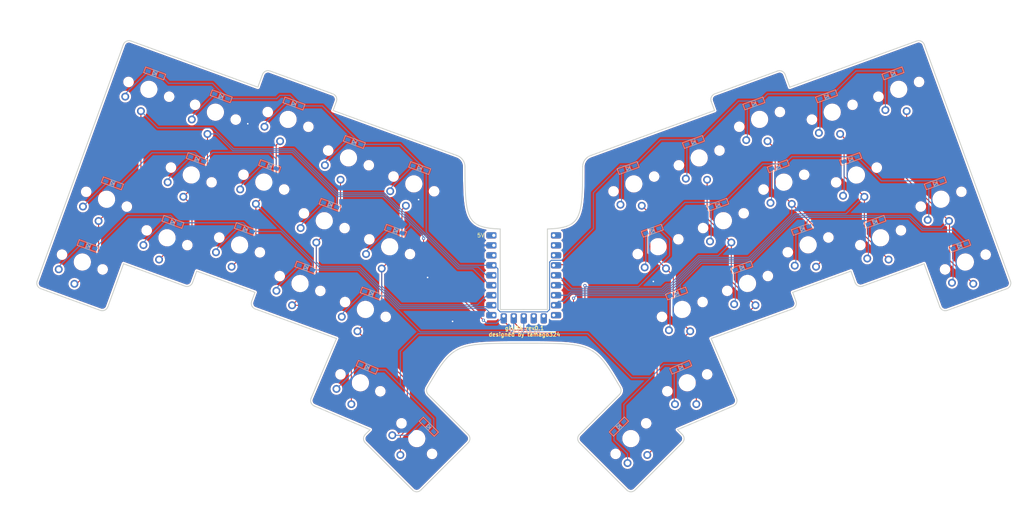
<source format=kicad_pcb>
(kicad_pcb (version 20211014) (generator pcbnew)
  (layers (0 "F.Cu" signal) (31 "B.Cu" signal) (34 "B.Paste" user) (35 "F.Paste" user) (36 "B.SilkS" user "B.Silkscreen") (37 "F.SilkS" user "F.Silkscreen") (38 "B.Mask" user) (39 "F.Mask" user) (44 "Edge.Cuts" user))
  (net 0 "")
  (net 1 "row0")
  (net 2 "Net-(D1-Pad2)")
  (net 3 "Net-(D2-Pad2)")
  (net 4 "Net-(D3-Pad2)")
  (net 5 "Net-(D4-Pad2)")
  (net 6 "Net-(D5-Pad2)")
  (net 7 "Net-(D6-Pad2)")
  (net 8 "Net-(D7-Pad2)")
  (net 9 "Net-(D8-Pad2)")
  (net 10 "Net-(D9-Pad2)")
  (net 11 "Net-(D10-Pad2)")
  (net 12 "row1")
  (net 13 "Net-(D11-Pad2)")
  (net 14 "Net-(D12-Pad2)")
  (net 15 "Net-(D13-Pad2)")
  (net 16 "Net-(D14-Pad2)")
  (net 17 "Net-(D15-Pad2)")
  (net 18 "Net-(D16-Pad2)")
  (net 19 "Net-(D17-Pad2)")
  (net 20 "Net-(D18-Pad2)")
  (net 21 "Net-(D19-Pad2)")
  (net 22 "Net-(D20-Pad2)")
  (net 23 "row2")
  (net 24 "Net-(D21-Pad2)")
  (net 25 "Net-(D22-Pad2)")
  (net 26 "Net-(D23-Pad2)")
  (net 27 "Net-(D24-Pad2)")
  (net 28 "Net-(D25-Pad2)")
  (net 29 "Net-(D26-Pad2)")
  (net 30 "Net-(D27-Pad2)")
  (net 31 "Net-(D28-Pad2)")
  (net 32 "Net-(D29-Pad2)")
  (net 33 "Net-(D30-Pad2)")
  (net 34 "row3")
  (net 35 "Net-(D31-Pad2)")
  (net 36 "Net-(D32-Pad2)")
  (net 37 "Net-(D33-Pad2)")
  (net 38 "Net-(D34-Pad2)")
  (net 42 "col5")
  (net 43 "col6")
  (net 44 "col7")
  (net 45 "col8")
  (net 46 "col9")
  (net 50 "col2")
  (net 51 "col3")
  (net 52 "col4")
  (net 53 "col1")
  (net 54 "col0")
  (net 56 "GND")
  (net 57 "VCC")
  (footprint "gku34:SW_Choc" (layer "F.Cu") (at 199.476843 36.727593 20)
    (fp_text reference "SW8" hide)
    (fp_text value "SW_PUSH")
  )
  (footprint "gku34:SW_Choc" (layer "F.Cu") (at 67.26 68.69 -20)
    (fp_text reference "SW23" hide)
    (fp_text value "SW_PUSH")
  )
  (footprint "gku34:RP2040-Zero" (layer "F.Cu") (at 129.345 89.105)
    (fp_text reference "RZ1")
    (fp_text value "RP2040-Zero" hide)
  )
  (footprint "gku34:Diode_SMD" (layer "F.Cu") (at 68.75 64.65 160)
    (fp_text reference "D23" hide)
    (fp_text value "D" hide)
  )
  (footprint "gku34:Diode_SMD" (layer "F.Cu") (at 210.36 64.61 -160)
    (fp_text reference "D28" hide)
    (fp_text value "D" hide)
  )
  (footprint "gku34:SW_Choc" (layer "F.Cu") (at 73.42 52.69 -20)
    (fp_text reference "SW13" hide)
    (fp_text value "SW_PUSH")
  )
  (footprint "gku34:Diode_SMD" (layer "F.Cu") (at 198.02 32.67 -160)
    (fp_text reference "D8" hide)
    (fp_text value "D" hide)
  )
  (footprint "gku34:SW_Choc" (layer "F.Cu") (at 111.56 53.15 -20)
    (fp_text reference "SW5" hide)
    (fp_text value "SW_PUSH")
  )
  (footprint "gku34:Diode_SMD" (layer "F.Cu") (at 90.29 58.49 160)
    (fp_text reference "D14" hide)
    (fp_text value "D" hide)
  )
  (footprint "gku34:Diode_SMD" (layer "F.Cu") (at 113.05 49.11 160)
    (fp_text reference "D5" hide)
    (fp_text value "D" hide)
  )
  (footprint "gku34:SW_Choc" (layer "F.Cu") (at 217.94 34.9 20)
    (fp_text reference "SW9" hide)
    (fp_text value "SW_PUSH")
  )
  (footprint "gku34:Diode_SMD" (layer "F.Cu") (at 34.93 53.01 160)
    (fp_text reference "D11" hide)
    (fp_text value "D" hide)
  )
  (footprint "gku34:SW_Choc" (layer "F.Cu") (at 48.81 66.86 -20)
    (fp_text reference "SW22" hide)
    (fp_text value "SW_PUSH")
  )
  (footprint "gku34:SW_Choc" (layer "F.Cu") (at 105.42 69.14 -20)
    (fp_text reference "SW15" hide)
    (fp_text value "SW_PUSH")
  )
  (footprint "gku34:SW_Choc" (layer "F.Cu") (at 234.85 29.08 20)
    (fp_text reference "SWe" hide)
    (fp_text value "SW_PUSH")
  )
  (footprint "gku34:Diode_SMD" (layer "F.Cu") (at 204.19 48.66 -160)
    (fp_text reference "D18" hide)
    (fp_text value "D" hide)
  )
  (footprint "gku34:Diode_SMD" (layer "F.Cu") (at 194.96 74.43 -160)
    (fp_text reference "D27" hide)
    (fp_text value "D" hide)
  )
  (footprint "gku34:Diode_SMD" (layer "F.Cu") (at 28.77 68.99 160)
    (fp_text reference "D21" hide)
    (fp_text value "D" hide)
  )
  (footprint "gku34:SW_Choc" (layer "F.Cu") (at 61.113157 34.897593 -20)
    (fp_text reference "SW2" hide)
    (fp_text value "SW_PUSH")
  )
  (footprint "gku34:Diode_SMD" (layer "F.Cu") (at 81.09 32.7 160)
    (fp_text reference "D3" hide)
    (fp_text value "D" hide)
  )
  (footprint "gku34:Diode_SMD" (layer "F.Cu") (at 250.33 68.97 -160)
    (fp_text reference "D30" hide)
    (fp_text value "D" hide)
  )
  (footprint "gku34:Diode_SMD" (layer "F.Cu") (at 96.44 42.48 160)
    (fp_text reference "D4" hide)
    (fp_text value "D" hide)
  )
  (footprint "gku34:SW_Choc" (layer "F.Cu") (at 166.75 117.97 45)
    (fp_text reference "SW33" hide)
    (fp_text value "SW_PUSH")
  )
  (footprint "gku34:Diode_SMD" (layer "F.Cu") (at 182.66 42.48 -160)
    (fp_text reference "D7" hide)
    (fp_text value "D" hide)
  )
  (footprint "gku34:Diode_SMD" (layer "F.Cu") (at 115.37 114.94 135)
    (fp_text reference "D32" hide)
    (fp_text value "D" hide)
  )
  (footprint "gku34:SW_Choc" (layer "F.Cu") (at 196.41 78.48 20)
    (fp_text reference "SW27" hide)
    (fp_text value "SW_PUSH")
  )
  (footprint "gku34:Diode_SMD" (layer "F.Cu") (at 222.63 46.83 -160)
    (fp_text reference "D19" hide)
    (fp_text value "D" hide)
  )
  (footprint "gku34:Diode_SMD" (layer "F.Cu") (at 50.31 62.82 160)
    (fp_text reference "D22" hide)
    (fp_text value "D" hide)
  )
  (footprint "gku34:SW_Choc" (layer "F.Cu") (at 251.786843 73.027593 20)
    (fp_text reference "SW30" hide)
    (fp_text value "SW_PUSH")
  )
  (footprint "gku34:SW_Choc" (layer "F.Cu") (at 230.25 66.86 20)
    (fp_text reference "SW29" hide)
    (fp_text value "SW_PUSH")
  )
  (footprint "gku34:Diode_SMD" (layer "F.Cu") (at 56.48 46.83 160)
    (fp_text reference "D12" hide)
    (fp_text value "D" hide)
  )
  (footprint "gku34:Diode_SMD" (layer "F.Cu") (at 74.91 48.64 160)
    (fp_text reference "D13" hide)
    (fp_text value "D" hide)
  )
  (footprint "gku34:SW_Choc" (layer "F.Cu") (at 82.63 78.5 -20)
    (fp_text reference "SW24" hide)
    (fp_text value "SW_PUSH")
  )
  (footprint "gku34:SW_Choc" (layer "F.Cu") (at 205.641691 52.701111 20)
    (fp_text reference "SW18" hide)
    (fp_text value "SW_PUSH")
  )
  (footprint "gku34:Diode_SMD" (layer "F.Cu") (at 244.16 52.98 -160)
    (fp_text reference "D20" hide)
    (fp_text value "D" hide)
  )
  (footprint "gku34:SW_Choc" (layer "F.Cu") (at 54.98 50.87 -20)
    (fp_text reference "SW12" hide)
    (fp_text value "SW_PUSH")
  )
  (footprint "gku34:Diode_SMD" (layer "F.Cu") (at 188.82 58.46 -160)
    (fp_text reference "D17" hide)
    (fp_text value "D" hide)
  )
  (footprint "gku34:Diode_SMD" (layer "F.Cu") (at 106.92 65.1 160)
    (fp_text reference "D15" hide)
    (fp_text value "D" hide)
  )
  (footprint "gku34:Diode_SMD" (layer "F.Cu") (at 166.05 49.11 -160)
    (fp_text reference "D6" hide)
    (fp_text value "D" hide)
  )
  (footprint "gku34:SW_Choc" (layer "F.Cu") (at 184.116843 46.537593 20)
    (fp_text reference "SW7" hide)
    (fp_text value "SW_PUSH")
  )
  (footprint "gku34:SW_Choc" (layer "F.Cu") (at 27.28 73.03 -20)
    (fp_text reference "SW21" hide)
    (fp_text value "SW_PUSH")
  )
  (footprint "gku34:SW_Choc" (layer "F.Cu") (at 211.81 68.67 20)
    (fp_text reference "SW28" hide)
    (fp_text value "SW_PUSH")
  )
  (footprint "gku34:SW_Choc" (layer "F.Cu") (at 99.243157 85.097593 -20)
    (fp_text reference "SW25" hide)
    (fp_text value "SW_PUSH")
  )
  (footprint "gku34:Diode_SMD" (layer "F.Cu") (at 216.49 30.85 -160)
    (fp_text reference "D9" hide)
    (fp_text value "D" hide)
  )
  (footprint "gku34:Diode_SMD" (layer "F.Cu") (at 233.39 25.02 -160)
    (fp_text reference "D10" hide)
    (fp_text value "D" hide)
  )
  (footprint "gku34:SW_Choc" (layer "F.Cu") (at 173.656843 69.127593 20)
    (fp_text reference "SW16" hide)
    (fp_text value "SW_PUSH")
  )
  (footprint "gku34:Diode_SMD" (layer "F.Cu") (at 100.74 81.06 160)
    (fp_text reference "D25" hide)
    (fp_text value "D" hide)
  )
  (footprint "gku34:SW_Choc" (layer "F.Cu") (at 112.31 117.97 -45)
    (fp_text reference "SW32" hide)
    (fp_text value "SW_PUSH")
  )
  (footprint "gku34:SW_Choc" (layer "F.Cu") (at 97.98474 103.777177 -23)
    (fp_text reference "SW31" hide)
    (fp_text value "SW_PUSH")
  )
  (footprint "gku34:SW_Choc" (layer "F.Cu") (at 167.496843 53.157593 20)
    (fp_text reference "SW6" hide)
    (fp_text value "SW_PUSH")
  )
  (footprint "gku34:SW_Choc" (layer "F.Cu") (at 88.79 62.52 -20)
    (fp_text reference "SW14" hide)
    (fp_text value "SW_PUSH")
  )
  (footprint "gku34:Diode_SMD" (layer "F.Cu") (at 228.8 62.81 -160)
    (fp_text reference "D29" hide)
    (fp_text value "D" hide)
  )
  (footprint "gku34:Diode_SMD" (layer "F.Cu") (at 163.71 114.91 -135)
    (fp_text reference "D33" hide)
    (fp_text value "D" hide)
  )
  (footprint "gku34:Diode_SMD" (layer "F.Cu") (at 178.36 81.04 -160)
    (fp_text reference "D26" hide)
    (fp_text value "D" hide)
  )
  (footprint "gku34:SW_Choc" (layer "F.Cu") (at 224.096843 50.887593 20)
    (fp_text reference "SW19" hide)
    (fp_text value "SW_PUSH")
  )
  (footprint "gku34:Diode_SMD" (layer "F.Cu") (at 99.69 99.82 157)
    (fp_text reference "D31" hide)
    (fp_text value "D" hide)
  )
  (footprint "gku34:Diode_SMD" (layer "F.Cu") (at 179.42 99.8 -157)
    (fp_text reference "D34" hide)
    (fp_text value "D" hide)
  )
  (footprint "gku34:SW_Choc" (layer "F.Cu") (at 181.08 103.77 23)
    (fp_text reference "SW34" hide)
    (fp_text value "SW_PUSH")
  )
  (footprint "gku34:SW_Choc" (layer "F.Cu") (at 44.19 29.08 -20)
    (fp_text reference "SW1" hide)
    (fp_text value "SW_PUSH")
  )
  (footprint "gku34:SW_Choc" (layer "F.Cu") (at 190.27 62.51 20)
    (fp_text reference "SW17" hide)
    (fp_text value "SW_PUSH")
  )
  (footprint "gku34:Diode_SMD" (layer "F.Cu") (at 45.68 25.04 160)
    (fp_text reference "D1" hide)
    (fp_text value "D" hide)
  )
  (footprint "gku34:SW_Choc" (layer "F.Cu") (at 79.59 36.74 -20)
    (fp_text reference "SW3" hide)
    (fp_text value "SW_PUSH")
  )
  (footprint "gku34:SW_Choc" (layer "F.Cu") (at 179.816843 85.097593 20)
    (fp_text reference "SW26" hide)
    (fp_text value "SW_PUSH")
  )
  (footprint "gku34:Diode_SMD" (layer "F.Cu") (at 62.6 30.85 160)
    (fp_text reference "D2" hide)
    (fp_text value "D" hide)
  )
  (footprint "gku34:Diode_SMD" (layer "F.Cu") (at 172.2 65.07 -160)
    (fp_text reference "D16" hide)
    (fp_text value "D" hide)
  )
  (footprint "gku34:SW_Choc" (layer "F.Cu") (at 245.616843 57.037593 20)
    (fp_text reference "SW20" hide)
    (fp_text value "SW_PUSH")
  )
  (footprint "gku34:Diode_SMD" (layer "F.Cu") (at 84.12 74.45 160)
    (fp_text reference "D24" hide)
    (fp_text value "D" hide)
  )
  (footprint "gku34:SW_Choc" (layer "F.Cu") (at 94.95 46.53 -20)
    (fp_text reference "SW4" hide)
    (fp_text value "SW_PUSH")
  )
  (footprint "gku34:SW_Choc" (layer "F.Cu") (at 33.433157 57.047593 -20)
    (fp_text reference "SW11" hide)
    (fp_text value "SW_PUSH")
  )
  (gr_line (start 113.362219 131.061425) (end 125.383034 119.04061) (layer "Edge.Cuts") (width 0.25))
  (gr_line (start 91.907698 92.501796) (end 85.455516 107.702185) (layer "Edge.Cuts") (width 0.25))
  (gr_line (start 125.383034 116.91929) (end 115.239825 106.77608) (layer "Edge.Cuts") (width 0.25))
  (gr_line (start 145.530003 64.629208) (end 145.530003 85.133358) (layer "Edge.Cuts") (width 0.25))
  (gr_arc (start 167.819107 131.061425) (mid 166.758447 131.500765) (end 165.697787 131.061425) (layer "Edge.Cuts") (width 0.25))
  (gr_arc (start 86.250176 109.669039) (mid 85.445497 108.850191) (end 85.455516 107.702185) (layer "Edge.Cuts") (width 0.25))
  (gr_arc (start 225.683077 79.161784) (mid 224.536091 79.111732) (end 223.760508 78.265275) (layer "Edge.Cuts") (width 0.25))
  (gr_arc (start 99.220083 119.04061) (mid 98.780743 117.97995) (end 99.220083 116.91929) (layer "Edge.Cuts") (width 0.25))
  (gr_line (start 245.292247 84.432013) (end 241.304591 73.476018) (layer "Edge.Cuts") (width 0.25))
  (gr_line (start 16.700946 79.816468) (end 31.84519 85.328522) (layer "Edge.Cuts") (width 0.25))
  (gr_arc (start 115.239825 106.77608) (mid 114.812905 105.908052) (end 115.004642 104.959912) (layer "Edge.Cuts") (width 0.25))
  (gr_line (start 239.419191 16.789697) (end 207.144139 28.536856) (layer "Edge.Cuts") (width 0.25))
  (gr_arc (start 263.255568 77.893899) (mid 263.205485 79.040854) (end 262.35906 79.816468) (layer "Edge.Cuts") (width 0.25))
  (gr_line (start 222.700027 75.351628) (end 207.884792 80.743933) (layer "Edge.Cuts") (width 0.25))
  (gr_curve (pts (xy 164.055364 104.959912) (xy 157.48209 93.685472) (xy 156.99346 93.67829) (xy 139.530003 93.681048)) (layer "Edge.Cuts") (width 0.25))
  (gr_arc (start 125.383034 116.91929) (mid 125.822374 117.97995) (end 125.383034 119.04061) (layer "Edge.Cuts") (width 0.25))
  (gr_arc (start 16.700946 79.816468) (mid 15.854515 79.040856) (end 15.804438 77.893899) (layer "Edge.Cuts") (width 0.25))
  (gr_arc (start 247.214816 85.328522) (mid 246.067873 85.278436) (end 245.292247 84.432013) (layer "Edge.Cuts") (width 0.25))
  (gr_curve (pts (xy 154.502178 48.76833) (xy 154.487934 62.141197) (xy 154.042697 64.313791) (xy 145.530003 64.629208)) (layer "Edge.Cuts") (width 0.25))
  (gr_arc (start 193.60449 107.702185) (mid 193.61453 108.850215) (end 192.80983 109.669039) (layer "Edge.Cuts") (width 0.25))
  (gr_line (start 100.444992 115.694381) (end 99.220083 116.91929) (layer "Edge.Cuts") (width 0.25))
  (gr_arc (start 239.419191 16.789697) (mid 240.566136 16.839785) (end 241.34176 17.686206) (layer "Edge.Cuts") (width 0.25))
  (gr_line (start 133.530003 64.629208) (end 133.530003 85.133358) (layer "Edge.Cuts") (width 0.25))
  (gr_line (start 262.35906 79.816468) (end 247.214816 85.328522) (layer "Edge.Cuts") (width 0.25))
  (gr_line (start 71.231089 84.976126) (end 91.907698 92.501796) (layer "Edge.Cuts") (width 0.25))
  (gr_curve (pts (xy 115.004642 104.959912) (xy 121.577916 93.685472) (xy 122.066546 93.67829) (xy 139.530003 93.681048)) (layer "Edge.Cuts") (width 0.25))
  (gr_line (start 204.051166 24.424689) (end 188.076391 30.239031) (layer "Edge.Cuts") (width 0.25))
  (gr_line (start 192.80983 109.669039) (end 178.615014 115.694381) (layer "Edge.Cuts") (width 0.25))
  (gr_line (start 207.828917 84.976126) (end 187.152308 92.501796) (layer "Edge.Cuts") (width 0.25))
  (gr_line (start 187.152308 92.501796) (end 193.60449 107.702185) (layer "Edge.Cuts") (width 0.25))
  (gr_line (start 33.767759 84.432013) (end 37.755415 73.476018) (layer "Edge.Cuts") (width 0.25))
  (gr_line (start 153.676972 116.91929) (end 163.820181 106.77608) (layer "Edge.Cuts") (width 0.25))
  (gr_arc (start 154.502178 48.76833) (mid 155.045633 47.04948) (end 156.476116 45.952447) (layer "Edge.Cuts") (width 0.25))
  (gr_line (start 179.839923 119.04061) (end 167.819107 131.061425) (layer "Edge.Cuts") (width 0.25))
  (gr_arc (start 187.179883 32.1616) (mid 187.229931 31.014617) (end 188.076391 30.239031) (layer "Edge.Cuts") (width 0.25))
  (gr_line (start 71.915867 28.536856) (end 73.086271 25.321197) (layer "Edge.Cuts") (width 0.25))
  (gr_line (start 86.250176 109.669039) (end 100.444992 115.694381) (layer "Edge.Cuts") (width 0.25))
  (gr_arc (start 179.839923 116.91929) (mid 180.279263 117.97995) (end 179.839923 119.04061) (layer "Edge.Cuts") (width 0.25))
  (gr_line (start 223.760508 78.265275) (end 222.700027 75.351628) (layer "Edge.Cuts") (width 0.25))
  (gr_arc (start 164.055364 104.959912) (mid 164.247099 105.908053) (end 163.820181 106.77608) (layer "Edge.Cuts") (width 0.25))
  (gr_line (start 91.039489 34.471224) (end 122.58389 45.952447) (layer "Edge.Cuts") (width 0.25))
  (gr_line (start 133.530003 85.133358) (end 139.530003 85.133358) (layer "Edge.Cuts") (width 0.25))
  (gr_arc (start 204.051166 24.424689) (mid 205.198126 24.474762) (end 205.973735 25.321197) (layer "Edge.Cuts") (width 0.25))
  (gr_line (start 99.220083 119.04061) (end 111.240899 131.061425) (layer "Edge.Cuts") (width 0.25))
  (gr_line (start 56.359979 75.351628) (end 71.175214 80.743933) (layer "Edge.Cuts") (width 0.25))
  (gr_line (start 188.020517 34.471224) (end 156.476116 45.952447) (layer "Edge.Cuts") (width 0.25))
  (gr_arc (start 33.767759 84.432013) (mid 32.992148 85.278445) (end 31.84519 85.328522) (layer "Edge.Cuts") (width 0.25))
  (gr_line (start 187.179883 32.1616) (end 188.020517 34.471224) (layer "Edge.Cuts") (width 0.25))
  (gr_arc (start 55.299498 78.265275) (mid 54.523886 79.111706) (end 53.376929 79.161784) (layer "Edge.Cuts") (width 0.25))
  (gr_line (start 263.255568 77.893899) (end 241.34176 17.686206) (layer "Edge.Cuts") (width 0.25))
  (gr_arc (start 113.362219 131.061425) (mid 112.301559 131.500765) (end 111.240899 131.061425) (layer "Edge.Cuts") (width 0.25))
  (gr_arc (start 208.725426 83.053557) (mid 208.675368 84.200531) (end 207.828917 84.976126) (layer "Edge.Cuts") (width 0.25))
  (gr_curve (pts (xy 124.557828 48.76833) (xy 124.572072 62.141197) (xy 125.017309 64.313791) (xy 133.530003 64.629208)) (layer "Edge.Cuts") (width 0.25))
  (gr_line (start 37.755415 73.476018) (end 53.376929 79.161784) (layer "Edge.Cuts") (width 0.25))
  (gr_arc (start 90.983615 30.239031) (mid 91.830046 31.014643) (end 91.880123 32.1616) (layer "Edge.Cuts") (width 0.25))
  (gr_arc (start 73.086271 25.321197) (mid 73.861883 24.474766) (end 75.00884 24.424689) (layer "Edge.Cuts") (width 0.25))
  (gr_line (start 145.530003 85.133358) (end 139.530003 85.133358) (layer "Edge.Cuts") (width 0.25))
  (gr_line (start 178.615014 115.694381) (end 179.839923 116.91929) (layer "Edge.Cuts") (width 0.25))
  (gr_line (start 71.175214 80.743933) (end 70.33458 83.053557) (layer "Edge.Cuts") (width 0.25))
  (gr_line (start 39.640815 16.789697) (end 71.915867 28.536856) (layer "Edge.Cuts") (width 0.25))
  (gr_line (start 241.304591 73.476018) (end 225.683077 79.161784) (layer "Edge.Cuts") (width 0.25))
  (gr_arc (start 122.58389 45.952447) (mid 124.014369 47.049487) (end 124.557828 48.76833) (layer "Edge.Cuts") (width 0.25))
  (gr_line (start 55.299498 78.265275) (end 56.359979 75.351628) (layer "Edge.Cuts") (width 0.25))
  (gr_line (start 207.144139 28.536856) (end 205.973735 25.321197) (layer "Edge.Cuts") (width 0.25))
  (gr_line (start 207.884792 80.743933) (end 208.725426 83.053557) (layer "Edge.Cuts") (width 0.25))
  (gr_line (start 75.00884 24.424689) (end 90.983615 30.239031) (layer "Edge.Cuts") (width 0.25))
  (gr_line (start 15.804438 77.893899) (end 37.718246 17.686206) (layer "Edge.Cuts") (width 0.25))
  (gr_arc (start 153.676972 119.04061) (mid 153.237633 117.97995) (end 153.676972 116.91929) (layer "Edge.Cuts") (width 0.25))
  (gr_line (start 165.697787 131.061425) (end 153.676972 119.04061) (layer "Edge.Cuts") (width 0.25))
  (gr_line (start 91.880123 32.1616) (end 91.039489 34.471224) (layer "Edge.Cuts") (width 0.25))
  (gr_arc (start 71.231089 84.976126) (mid 70.384657 84.200515) (end 70.33458 83.053557) (layer "Edge.Cuts") (width 0.25))
  (gr_arc (start 37.718246 17.686206) (mid 38.493858 16.839774) (end 39.640815 16.789697) (layer "Edge.Cuts") (width 0.25))
  (gr_text "JLCJLCJLCJLC" (at 139.7 90.66) (layer "B.SilkS") (effects (font (size 0.8 0.8) (thickness 0.2)) (justify mirror)))
  (gr_text "gku34 rev0.1\ndesigned by tamago324" (at 139.7 90.678) (layer "F.SilkS") (effects (font (size 1 1) (thickness 0.2))))
  (segment (start 64.267954 31.457086) (end 76.692914 31.457086) (width 0.25) (layer "B.Cu") (net 1))
  (segment (start 149.15 72.58) (end 146.534695 72.58) (width 0.25) (layer "B.Cu") (net 1))
  (segment (start 201.507954 30.242914) (end 199.687954 32.062914) (width 0.25) (layer "B.Cu") (net 1))
  (segment (start 174.347954 41.872914) (end 167.717954 48.502914) (width 0.25) (layer "B.Cu") (net 1))
  (segment (start 235.057954 24.412914) (end 223.987954 24.412914) (width 0.25) (layer "B.Cu") (net 1))
  (segment (start 88.327954 33.307086) (end 98.107954 43.087086) (width 0.25) (layer "B.Cu") (net 1))
  (segment (start 164.139297 48.502914) (end 157.22 55.422211) (width 0.25) (layer "B.Cu") (net 1))
  (segment (start 77.53 30.62) (end 80.070868 30.62) (width 0.25) (layer "B.Cu") (net 1))
  (segment (start 108.087954 43.087086) (end 98.107954 43.087086) (width 0.25) (layer "B.Cu") (net 1))
  (segment (start 223.987954 24.412914) (end 218.157954 30.242914) (width 0.25) (layer "B.Cu") (net 1))
  (segment (start 146.09 73.024695) (end 146.09 85.12) (width 0.25) (layer "B.Cu") (net 1))
  (segment (start 157.22 55.422211) (end 157.22 64.51) (width 0.25) (layer "B.Cu") (net 1))
  (segment (start 194.137954 32.062914) (end 184.327954 41.872914) (width 0.25) (layer "B.Cu") (net 1))
  (segment (start 167.717954 48.502914) (end 164.139297 48.502914) (width 0.25) (layer "B.Cu") (net 1))
  (segment (start 132.94 85.13) (end 132.94 74.75) (width 0.25) (layer "B.Cu") (net 1))
  (segment (start 114.717954 49.717086) (end 108.087954 43.087086) (width 0.25) (layer "B.Cu") (net 1))
  (segment (start 146.534695 72.58) (end 146.09 73.024695) (width 0.25) (layer "B.Cu") (net 1))
  (segment (start 218.157954 30.242914) (end 201.507954 30.242914) (width 0.25) (layer "B.Cu") (net 1))
  (segment (start 157.22 64.51) (end 149.15 72.58) (width 0.25) (layer "B.Cu") (net 1))
  (segment (start 123.178692 73.865) (end 131.885 73.865) (width 0.25) (layer "B.Cu") (net 1))
  (segment (start 184.327954 41.872914) (end 174.347954 41.872914) (width 0.25) (layer "B.Cu") (net 1))
  (segment (start 132.94 74.75) (end 131.895 73.705) (width 0.25) (layer "B.Cu") (net 1))
  (segment (start 49.250868 27.55) (end 60.360868 27.55) (width 0.25) (layer "B.Cu") (net 1))
  (segment (start 133.53 85.72) (end 132.94 85.13) (width 0.25) (layer "B.Cu") (net 1))
  (segment (start 114.717954 49.717086) (end 114.717954 65.404262) (width 0.25) (layer "B.Cu") (net 1))
  (segment (start 47.347954 25.647086) (end 49.250868 27.55) (width 0.25) (layer "B.Cu") (net 1))
  (segment (start 146.09 85.12) (end 145.49 85.72) (width 0.25) (layer "B.Cu") (net 1))
  (segment (start 82.757954 33.307086) (end 88.327954 33.307086) (width 0.25) (layer "B.Cu") (net 1))
  (segment (start 60.360868 27.55) (end 64.267954 31.457086) (width 0.25) (layer "B.Cu") (net 1))
  (segment (start 114.717954 65.404262) (end 123.178692 73.865) (width 0.25) (layer "B.Cu") (net 1))
  (segment (start 76.692914 31.457086) (end 77.53 30.62) (width 0.25) (layer "B.Cu") (net 1))
  (segment (start 80.070868 30.62) (end 82.757954 33.307086) (width 0.25) (layer "B.Cu") (net 1))
  (segment (start 199.687954 32.062914) (end 194.137954 32.062914) (width 0.25) (layer "B.Cu") (net 1))
  (segment (start 145.49 85.72) (end 133.53 85.72) (width 0.25) (layer "B.Cu") (net 1))
  (segment (start 38.19186 30.2531) (end 38.19186 30.940731) (width 0.25) (layer "B.Cu") (net 2))
  (segment (start 44.012046 24.432914) (end 38.19186 30.2531) (width 0.25) (layer "B.Cu") (net 2))
  (segment (start 60.932046 30.242914) (end 55.115017 36.059943) (width 0.25) (layer "B.Cu") (net 3))
  (segment (start 55.115017 36.059943) (end 55.115017 36.758324) (width 0.25) (layer "B.Cu") (net 3))
  (segment (start 73.59186 37.9231) (end 73.59186 38.600731) (width 0.25) (layer "B.Cu") (net 4))
  (segment (start 79.422046 32.092914) (end 73.59186 37.9231) (width 0.25) (layer "B.Cu") (net 4))
  (segment (start 94.772046 41.872914) (end 88.95186 47.6931) (width 0.25) (layer "B.Cu") (net 5))
  (segment (start 88.95186 47.6931) (end 88.95186 48.390731) (width 0.25) (layer "B.Cu") (net 5))
  (segment (start 111.382046 48.502914) (end 105.56186 54.3231) (width 0.25) (layer "B.Cu") (net 6))
  (segment (start 105.56186 54.3231) (end 105.56186 55.010731) (width 0.25) (layer "B.Cu") (net 6))
  (segment (start 164.382046 49.717086) (end 164.382046 58.154536) (width 0.25) (layer "B.Cu") (net 7))
  (segment (start 164.382046 58.154536) (end 164.098056 58.438526) (width 0.25) (layer "B.Cu") (net 7))
  (segment (start 180.992046 51.544536) (end 180.718056 51.818526) (width 0.25) (layer "B.Cu") (net 8))
  (segment (start 180.992046 43.087086) (end 180.992046 51.544536) (width 0.25) (layer "B.Cu") (net 8))
  (segment (start 196.352046 41.734536) (end 196.078056 42.008526) (width 0.25) (layer "B.Cu") (net 9))
  (segment (start 196.352046 33.277086) (end 196.352046 41.734536) (width 0.25) (layer "B.Cu") (net 9))
  (segment (start 214.822046 39.9001) (end 214.541213 40.180933) (width 0.25) (layer "B.Cu") (net 10))
  (segment (start 214.822046 31.457086) (end 214.822046 39.9001) (width 0.25) (layer "B.Cu") (net 10))
  (segment (start 231.451213 34.360933) (end 231.451213 25.897919) (width 0.25) (layer "B.Cu") (net 11))
  (segment (start 231.451213 25.897919) (end 231.722046 25.627086) (width 0.25) (layer "B.Cu") (net 11))
  (segment (start 122.37 80.94) (end 129.26 87.83) (width 0.25) (layer "F.Cu") (net 12))
  (segment (start 134.435 88.055) (end 134.435 86.615) (width 0.25) (layer "F.Cu") (net 12))
  (segment (start 114.043151 68.003151) (end 122.37 76.33) (width 0.25) (layer "F.Cu") (net 12))
  (segment (start 122.37 76.33) (end 122.37 80.94) (width 0.25) (layer "F.Cu") (net 12))
  (segment (start 147.176396 90.38) (end 136.76 90.38) (width 0.25) (layer "F.Cu") (net 12))
  (segment (start 155.06 79.028919) (end 155.06 82.496396) (width 0.25) (layer "F.Cu") (net 12))
  (segment (start 155.06 82.496396) (end 147.176396 90.38) (width 0.25) (layer "F.Cu") (net 12))
  (segment (start 136.76 90.38) (end 134.435 88.055) (width 0.25) (layer "F.Cu") (net 12))
  (segment (start 114.043151 67.026849) (end 114.043151 68.003151) (width 0.25) (layer "F.Cu") (net 12))
  (via (at 114.043151 67.026849) (size 0.8) (drill 0.4) (layers "F.Cu" "B.Cu") (net 12))
  (via (at 129.26 87.83) (size 0.8) (drill 0.4) (layers "F.Cu" "B.Cu") (net 12))
  (via (at 155.06 79.028919) (size 0.8) (drill 0.4) (layers "F.Cu" "B.Cu") (net 12))
  (segment (start 114.043151 67.026849) (end 114.043151 66.638647) (width 0.25) (layer "B.Cu") (net 12))
  (segment (start 91.957954 59.097086) (end 91.957954 56.430746) (width 0.25) (layer "B.Cu") (net 12))
  (segment (start 176.59 71.38) (end 176.59 67.18496) (width 0.25) (layer "B.Cu") (net 12))
  (segment (start 155.06 79.028919) (end 155.3345 79.303419) (width 0.25) (layer "B.Cu") (net 12))
  (segment (start 74.87 45.13) (end 74.82 45.13) (width 0.25) (layer "B.Cu") (net 12))
  (segment (start 91.877208 56.35) (end 103.754504 56.35) (width 0.25) (layer "B.Cu") (net 12))
  (segment (start 190.487954 57.852914) (end 180.477954 57.852914) (width 0.25) (layer "B.Cu") (net 12))
  (segment (start 74.82 45.13) (end 80.657208 45.13) (width 0.25) (layer "B.Cu") (net 12))
  (segment (start 230.447954 52.372914) (end 224.297954 46.222914) (width 0.25) (layer "B.Cu") (net 12))
  (segment (start 108.587954 65.707086) (end 110.512252 63.782788) (width 0.25) (layer "B.Cu") (net 12))
  (segment (start 80.657208 45.13) (end 91.877208 56.35) (width 0.25) (layer "B.Cu") (net 12))
  (segment (start 91.957954 56.430746) (end 91.877208 56.35) (width 0.25) (layer "B.Cu") (net 12))
  (segment (start 130.05 88.62) (end 132.58 88.62) (width 0.25) (layer "B.Cu") (net 12))
  (segment (start 207.687954 46.222914) (end 205.857954 48.052914) (width 0.25) (layer "B.Cu") (net 12))
  (segment (start 245.827954 52.372914) (end 230.447954 52.372914) (width 0.25) (layer "B.Cu") (net 12))
  (segment (start 60.45504 45.13) (end 74.82 45.13) (width 0.25) (layer "B.Cu") (net 12))
  (segment (start 76.577954 46.837954) (end 74.87 45.13) (width 0.25) (layer "B.Cu") (net 12))
  (segment (start 129.26 87.83) (end 130.05 88.62) (width 0.25) (layer "B.Cu") (net 12))
  (segment (start 76.577954 49.247086) (end 76.577954 46.837954) (width 0.25) (layer "B.Cu") (net 12))
  (segment (start 205.857954 48.052914) (end 200.287954 48.052914) (width 0.25) (layer "B.Cu") (net 12))
  (segment (start 58.147954 47.437086) (end 60.45504 45.13) (width 0.25) (layer "B.Cu") (net 12))
  (segment (start 200.287954 48.052914) (end 190.487954 57.852914) (width 0.25) (layer "B.Cu") (net 12))
  (segment (start 168.666581 79.303419) (end 176.59 71.38) (width 0.25) (layer "B.Cu") (net 12))
  (segment (start 224.297954 46.222914) (end 207.687954 46.222914) (width 0.25) (layer "B.Cu") (net 12))
  (segment (start 176.59 67.18496) (end 173.867954 64.462914) (width 0.25) (layer "B.Cu") (net 12))
  (segment (start 55.940115 45.229247) (end 58.147954 47.437086) (width 0.25) (layer "B.Cu") (net 12))
  (segment (start 103.754504 56.35) (end 110.512252 63.107748) (width 0.25) (layer "B.Cu") (net 12))
  (segment (start 132.58 88.62) (end 134.425 86.775) (width 0.25) (layer "B.Cu") (net 12))
  (segment (start 44.985793 45.229247) (end 55.940115 45.229247) (width 0.25) (layer "B.Cu") (net 12))
  (segment (start 180.477954 57.852914) (end 173.867954 64.462914) (width 0.25) (layer "B.Cu") (net 12))
  (segment (start 110.512252 63.782788) (end 110.512252 63.107748) (width 0.25) (layer "B.Cu") (net 12))
  (segment (start 114.043151 66.638647) (end 110.512252 63.107748) (width 0.25) (layer "B.Cu") (net 12))
  (segment (start 155.3345 79.303419) (end 168.666581 79.303419) (width 0.25) (layer "B.Cu") (net 12))
  (segment (start 36.597954 53.617086) (end 44.985793 45.229247) (width 0.25) (layer "B.Cu") (net 12))
  (segment (start 27.435017 58.908324) (end 33.262046 53.081295) (width 0.25) (layer "B.Cu") (net 13))
  (segment (start 33.262046 53.081295) (end 33.262046 52.402914) (width 0.25) (layer "B.Cu") (net 13))
  (segment (start 54.812046 46.222914) (end 48.98186 52.0531) (width 0.25) (layer "B.Cu") (net 14))
  (segment (start 48.98186 52.0531) (end 48.98186 52.730731) (width 0.25) (layer "B.Cu") (net 14))
  (segment (start 67.42186 53.8531) (end 67.42186 54.550731) (width 0.25) (layer "B.Cu") (net 15))
  (segment (start 73.242046 48.032914) (end 67.42186 53.8531) (width 0.25) (layer "B.Cu") (net 15))
  (segment (start 82.79186 63.7131) (end 82.79186 64.380731) (width 0.25) (layer "B.Cu") (net 16))
  (segment (start 88.622046 57.882914) (end 82.79186 63.7131) (width 0.25) (layer "B.Cu") (net 16))
  (segment (start 105.252046 64.492914) (end 99.42186 70.3231) (width 0.25) (layer "B.Cu") (net 17))
  (segment (start 99.42186 70.3231) (end 99.42186 71.000731) (width 0.25) (layer "B.Cu") (net 17))
  (segment (start 170.532046 74.134536) (end 170.258056 74.408526) (width 0.25) (layer "B.Cu") (net 18))
  (segment (start 170.532046 65.677086) (end 170.532046 74.134536) (width 0.25) (layer "B.Cu") (net 18))
  (segment (start 187.152046 67.5101) (end 186.871213 67.790933) (width 0.25) (layer "B.Cu") (net 19))
  (segment (start 187.152046 59.067086) (end 187.152046 67.5101) (width 0.25) (layer "B.Cu") (net 19))
  (segment (start 202.522046 57.702902) (end 202.242904 57.982044) (width 0.25) (layer "B.Cu") (net 20))
  (segment (start 202.522046 49.267086) (end 202.522046 57.702902) (width 0.25) (layer "B.Cu") (net 20))
  (segment (start 220.962046 55.904536) (end 220.698056 56.168526) (width 0.25) (layer "B.Cu") (net 21))
  (segment (start 220.962046 47.437086) (end 220.962046 55.904536) (width 0.25) (layer "B.Cu") (net 21))
  (segment (start 242.492046 53.587086) (end 242.492046 62.044536) (width 0.25) (layer "B.Cu") (net 22))
  (segment (start 242.492046 62.044536) (end 242.218056 62.318526) (width 0.25) (layer "B.Cu") (net 22))
  (segment (start 146.99 89.93) (end 138.55 89.93) (width 0.25) (layer "F.Cu") (net 23))
  (segment (start 152.17 84.75) (end 146.99 89.93) (width 0.25) (layer "F.Cu") (net 23))
  (segment (start 136.975 88.355) (end 136.975 86.615) (width 0.25) (layer "F.Cu") (net 23))
  (segment (start 152.17 82.26) (end 152.17 84.75) (width 0.25) (layer "F.Cu") (net 23))
  (segment (start 138.55 89.93) (end 136.975 88.355) (width 0.25) (layer "F.Cu") (net 23))
  (via (at 152.17 82.26) (size 0.8) (drill 0.4) (layers "F.Cu" "B.Cu") (net 23))
  (segment (start 136.46 90.82) (end 113.203604 90.82) (width 0.25) (layer "B.Cu") (net 23))
  (segment (start 175.328792 81.553419) (end 176.449297 80.432914) (width 0.25) (layer "B.Cu") (net 23))
  (segment (start 52.355793 63.049247) (end 68.210115 63.049247) (width 0.25) (layer "B.Cu") (net 23))
  (segment (start 180.027954 80.432914) (end 179.324 79.72896) (width 0.25) (layer "B.Cu") (net 23))
  (segment (start 49.770115 61.219247) (end 38.815793 61.219247) (width 0.25) (layer "B.Cu") (net 23))
  (segment (start 231.011621 61.659247) (end 230.467954 62.202914) (width 0.25) (layer "B.Cu") (net 23))
  (segment (start 70.417954 65.257086) (end 77.788585 65.257086) (width 0.25) (layer "B.Cu") (net 23))
  (segment (start 113.203604 90.82) (end 104.05069 81.667086) (width 0.25) (layer "B.Cu") (net 23))
  (segment (start 38.815793 61.219247) (end 30.437954 69.597086) (width 0.25) (layer "B.Cu") (net 23))
  (segment (start 51.977954 63.427086) (end 49.770115 61.219247) (width 0.25) (layer "B.Cu") (net 23))
  (segment (start 229.924287 61.659247) (end 212.469247 61.659247) (width 0.25) (layer "B.Cu") (net 23))
  (segment (start 51.977954 63.427086) (end 52.355793 63.049247) (width 0.25) (layer "B.Cu") (net 23))
  (segment (start 212.027954 64.002914) (end 211.54 63.51496) (width 0.25) (layer "B.Cu") (net 23))
  (segment (start 240.74 64.91) (end 237.489247 61.659247) (width 0.25) (layer "B.Cu") (net 23))
  (segment (start 208.791621 61.659247) (end 196.627954 73.822914) (width 0.25) (layer "B.Cu") (net 23))
  (segment (start 85.787954 73.256455) (end 85.787954 75.057086) (width 0.25) (layer "B.Cu") (net 23))
  (segment (start 196.13504 73.33) (end 184.734 73.33) (width 0.25) (layer "B.Cu") (net 23))
  (segment (start 248.54504 64.91) (end 240.74 64.91) (width 0.25) (layer "B.Cu") (net 23))
  (segment (start 152.876581 81.553419) (end 175.328792 81.553419) (width 0.25) (layer "B.Cu") (net 23))
  (segment (start 177.631086 80.432914) (end 176.449297 80.432914) (width 0.25) (layer "B.Cu") (net 23))
  (segment (start 77.788585 65.257086) (end 85.787954 73.256455) (width 0.25) (layer "B.Cu") (net 23))
  (segment (start 184.734 73.33) (end 179.324 78.74) (width 0.25) (layer "B.Cu") (net 23))
  (segment (start 211.54 63.51496) (end 211.54 62.588494) (width 0.25) (layer "B.Cu") (net 23))
  (segment (start 179.324 78.74) (end 177.631086 80.432914) (width 0.25) (layer "B.Cu") (net 23))
  (segment (start 211.54 62.588494) (end 212.469247 61.659247) (width 0.25) (layer "B.Cu") (net 23))
  (segment (start 136.965 90.315) (end 136.46 90.82) (width 0.25) (layer "B.Cu") (net 23))
  (segment (start 152.17 82.26) (end 152.876581 81.553419) (width 0.25) (layer "B.Cu") (net 23))
  (segment (start 212.469247 61.659247) (end 208.791621 61.659247) (width 0.25) (layer "B.Cu") (net 23))
  (segment (start 104.05069 81.667086) (end 102.407954 81.667086) (width 0.25) (layer "B.Cu") (net 23))
  (segment (start 97.44069 75.057086) (end 102.407954 80.02435) (width 0.25) (layer "B.Cu") (net 23))
  (segment (start 237.489247 61.659247) (end 231.011621 61.659247) (width 0.25) (layer "B.Cu") (net 23))
  (segment (start 230.467954 62.202914) (end 229.924287 61.659247) (width 0.25) (layer "B.Cu") (net 23))
  (segment (start 136.965 86.775) (end 136.965 90.315) (width 0.25) (layer "B.Cu") (net 23))
  (segment (start 196.627954 73.822914) (end 196.13504 73.33) (width 0.25) (layer "B.Cu") (net 23))
  (segment (start 85.787954 75.057086) (end 97.44069 75.057086) (width 0.25) (layer "B.Cu") (net 23))
  (segment (start 179.324 79.72896) (end 179.324 78.74) (width 0.25) (layer "B.Cu") (net 23))
  (segment (start 251.997954 68.362914) (end 248.54504 64.91) (width 0.25) (layer "B.Cu") (net 23))
  (segment (start 68.210115 63.049247) (end 70.417954 65.257086) (width 0.25) (layer "B.Cu") (net 23))
  (segment (start 102.407954 80.02435) (end 102.407954 81.667086) (width 0.25) (layer "B.Cu") (net 23))
  (segment (start 27.102046 68.382914) (end 21.28186 74.2031) (width 0.25) (layer "B.Cu") (net 24))
  (segment (start 21.28186 74.2031) (end 21.28186 74.890731) (width 0.25) (layer "B.Cu") (net 24))
  (segment (start 48.642046 62.212914) (end 42.81186 68.0431) (width 0.25) (layer "B.Cu") (net 25))
  (segment (start 42.81186 68.0431) (end 42.81186 68.720731) (width 0.25) (layer "B.Cu") (net 25))
  (segment (start 67.082046 64.042914) (end 61.26186 69.8631) (width 0.25) (layer "B.Cu") (net 26))
  (segment (start 61.26186 69.8631) (end 61.26186 70.550731) (width 0.25) (layer "B.Cu") (net 26))
  (segment (start 76.63186 79.6631) (end 76.63186 80.360731) (width 0.25) (layer "B.Cu") (net 27))
  (segment (start 82.452046 73.842914) (end 76.63186 79.6631) (width 0.25) (layer "B.Cu") (net 27))
  (segment (start 93.245017 86.279943) (end 93.245017 86.958324) (width 0.25) (layer "B.Cu") (net 28))
  (segment (start 99.072046 80.452914) (end 93.245017 86.279943) (width 0.25) (layer "B.Cu") (net 28))
  (segment (start 176.692046 90.104536) (end 176.418056 90.378526) (width 0.25) (layer "B.Cu") (net 29))
  (segment (start 176.692046 81.647086) (end 176.692046 90.104536) (width 0.25) (layer "B.Cu") (net 29))
  (segment (start 193.292046 75.037086) (end 193.292046 83.4801) (width 0.25) (layer "B.Cu") (net 30))
  (segment (start 193.292046 83.4801) (end 193.011213 83.760933) (width 0.25) (layer "B.Cu") (net 30))
  (segment (start 208.692046 73.6701) (end 208.411213 73.950933) (width 0.25) (layer "B.Cu") (net 31))
  (segment (start 208.692046 65.217086) (end 208.692046 73.6701) (width 0.25) (layer "B.Cu") (net 31))
  (segment (start 227.132046 63.417086) (end 227.132046 71.8601) (width 0.25) (layer "B.Cu") (net 32))
  (segment (start 227.132046 71.8601) (end 226.851213 72.140933) (width 0.25) (layer "B.Cu") (net 32))
  (segment (start 248.662046 78.034536) (end 248.388056 78.308526) (width 0.25) (layer "B.Cu") (net 33))
  (segment (start 248.662046 69.577086) (end 248.662046 78.034536) (width 0.25) (layer "B.Cu") (net 33))
  (segment (start 116.625115 112.835115) (end 108.145 104.355) (width 0.25) (layer "B.Cu") (net 34))
  (segment (start 156 91.5) (end 156 91.51) (width 0.25) (layer "B.Cu") (net 34))
  (segment (start 108.145 104.355) (end 108.145 95.775) (width 0.25) (layer "B.Cu") (net 34))
  (segment (start 116.625115 116.195115) (end 116.625115 112.835115) (width 0.25) (layer "B.Cu") (net 34))
  (segment (start 108.145 104.355) (end 104.303548 100.513548) (width 0.25) (layer "B.Cu") (net 34))
  (segment (start 138.84 91.27) (end 139.515 90.595) (width 0.25) (layer "B.Cu") (net 34))
  (segment (start 171.775 102.495) (end 175.163548 99.106452) (width 0.25) (layer "B.Cu") (net 34))
  (segment (start 166.985 102.495) (end 171.775 102.495) (width 0.25) (layer "B.Cu") (net 34))
  (segment (start 164.965115 113.654885) (end 164.965115 109.304885) (width 0.25) (layer "B.Cu") (net 34))
  (segment (start 156 91.51) (end 166.985 102.495) (width 0.25) (layer "B.Cu") (net 34))
  (segment (start 164.965115 109.304885) (end 171.775 102.495) (width 0.25) (layer "B.Cu") (net 34))
  (segment (start 108.145 95.775) (end 112.65 91.27) (width 0.25) (layer "B.Cu") (net 34))
  (segment (start 175.163548 99.106452) (end 181.053896 99.106452) (width 0.25) (layer "B.Cu") (net 34))
  (segment (start 155.77 91.27) (end 156 91.5) (width 0.25) (layer "B.Cu") (net 34))
  (segment (start 112.65 91.27) (end 137.63 91.27) (width 0.25) (layer "B.Cu") (net 34))
  (segment (start 104.303548 100.513548) (end 101.323896 100.513548) (width 0.25) (layer "B.Cu") (net 34))
  (segment (start 137.63 91.27) (end 138.84 91.27) (width 0.25) (layer "B.Cu") (net 34))
  (segment (start 139.515 90.595) (end 139.515 86.615) (width 0.25) (layer "B.Cu") (net 34))
  (segment (start 137.63 91.27) (end 155.77 91.27) (width 0.25) (layer "B.Cu") (net 34))
  (segment (start 98.056104 99.162773) (end 98.056104 99.126452) (width 0.25) (layer "B.Cu") (net 35))
  (segment (start 91.897437 105.32144) (end 98.056104 99.162773) (width 0.25) (layer "B.Cu") (net 35))
  (segment (start 113.625115 113.684885) (end 114.114885 113.684885) (width 0.25) (layer "B.Cu") (net 36))
  (segment (start 110.188528 117.121472) (end 113.625115 113.684885) (width 0.25) (layer "B.Cu") (net 36))
  (segment (start 106.08746 117.121472) (end 110.188528 117.121472) (width 0.25) (layer "B.Cu") (net 36))
  (segment (start 165.901472 121.841472) (end 165.901472 124.19254) (width 0.25) (layer "B.Cu") (net 37))
  (segment (start 162.454885 116.165115) (end 162.454885 118.394885) (width 0.25) (layer "B.Cu") (net 37))
  (segment (start 162.454885 118.394885) (end 165.901472 121.841472) (width 0.25) (layer "B.Cu") (net 37))
  (segment (start 177.786104 100.493548) (end 177.786104 109.045424) (width 0.25) (layer "B.Cu") (net 38))
  (segment (start 177.786104 109.045424) (end 177.962254 109.221574) (width 0.25) (layer "B.Cu") (net 38))
  (segment (start 173.42 119.64386) (end 173.42 99.056541) (width 0.25) (layer "F.Cu") (net 42))
  (segment (start 177.55 76.547017) (end 175.674762 74.671779) (width 0.25) (layer "F.Cu") (net 42))
  (segment (start 177.55 86.357017) (end 177.55 76.547017) (width 0.25) (layer "F.Cu") (net 42))
  (segment (start 147.135 73.705) (end 158.175 73.705) (width 0.25) (layer "F.Cu") (net 42))
  (segment (start 175.674762 74.671779) (end 171.581842 70.578859) (width 0.25) (layer "F.Cu") (net 42))
  (segment (start 170.92193 122.14193) (end 173.42 119.64386) (width 0.25) (layer "F.Cu") (net 42))
  (segment (start 181.834762 90.641779) (end 177.55 86.357017) (width 0.25) (layer "F.Cu") (net 42))
  (segment (start 173.42 99.056541) (end 181.834762 90.641779) (width 0.25) (layer "F.Cu") (net 42))
  (segment (start 171.581842 60.768859) (end 171.346491 60.533509) (width 0.25) (layer "F.Cu") (net 42))
  (segment (start 158.175 73.705) (end 171.346491 60.533509) (width 0.25) (layer "F.Cu") (net 42))
  (segment (start 171.346491 60.533509) (end 169.514762 58.701779) (width 0.25) (layer "F.Cu") (net 42))
  (segment (start 171.581842 70.578859) (end 171.581842 60.768859) (width 0.25) (layer "F.Cu") (net 42))
  (segment (start 183.385314 109.200979) (end 183.385314 93.234686) (width 0.25) (layer "F.Cu") (net 43))
  (segment (start 192.287919 68.054186) (end 192.287919 77.884186) (width 0.25) (layer "F.Cu") (net 43))
  (segment (start 186.134762 52.081779) (end 186.134762 61.901029) (width 0.25) (layer "F.Cu") (net 43))
  (segment (start 189.2 87.42) (end 195.032105 87.42) (width 0.25) (layer "F.Cu") (net 43))
  (segment (start 183.385314 93.234686) (end 189.2 87.42) (width 0.25) (layer "F.Cu") (net 43))
  (segment (start 192.287919 77.884186) (end 198.427919 84.024186) (width 0.25) (layer "F.Cu") (net 43))
  (segment (start 186.134762 61.901029) (end 192.287919 68.054186) (width 0.25) (layer "F.Cu") (net 43))
  (segment (start 195.032105 87.42) (end 198.427919 84.024186) (width 0.25) (layer "F.Cu") (net 43))
  (segment (start 174.583208 79.753419) (end 175.703713 78.632914) (width 0.25) (layer "B.Cu") (net 43))
  (segment (start 188.922105 71.42) (end 192.287919 68.054186) (width 0.25) (layer "B.Cu") (net 43))
  (segment (start 176.759898 78.632914) (end 183.972812 71.42) (width 0.25) (layer "B.Cu") (net 43))
  (segment (start 148.205 76.245) (end 151.713419 79.753419) (width 0.25) (layer "B.Cu") (net 43))
  (segment (start 183.972812 71.42) (end 188.922105 71.42) (width 0.25) (layer "B.Cu") (net 43))
  (segment (start 175.703713 78.632914) (end 176.759898 78.632914) (width 0.25) (layer "B.Cu") (net 43))
  (segment (start 147.135 76.245) (end 148.205 76.245) (width 0.25) (layer "B.Cu") (net 43))
  (segment (start 151.713419 79.753419) (end 174.583208 79.753419) (width 0.25) (layer "B.Cu") (net 43))
  (segment (start 207.65961 58.245297) (end 203.44 54.025687) (width 0.25) (layer "F.Cu") (net 44))
  (segment (start 203.44 44.217017) (end 201.494762 42.271779) (width 0.25) (layer "F.Cu") (net 44))
  (segment (start 214.827919 65.413606) (end 207.65961 58.245297) (width 0.25) (layer "F.Cu") (net 44))
  (segment (start 214.827919 73.214186) (end 214.827919 65.413606) (width 0.25) (layer "F.Cu") (net 44))
  (segment (start 213.827919 74.214186) (end 214.827919 73.214186) (width 0.25) (layer "F.Cu") (net 44))
  (segment (start 203.44 54.025687) (end 203.44 44.217017) (width 0.25) (layer "F.Cu") (net 44))
  (segment (start 149.405 78.785) (end 150.823419 80.203419) (width 0.25) (layer "B.Cu") (net 44))
  (segment (start 147.135 78.785) (end 149.405 78.785) (width 0.25) (layer "B.Cu") (net 44))
  (segment (start 175.890109 79.082914) (end 176.946294 79.082914) (width 0.25) (layer "B.Cu") (net 44))
  (segment (start 150.823419 80.203419) (end 174.769604 80.203419) (width 0.25) (layer "B.Cu") (net 44))
  (segment (start 184.159208 71.87) (end 196.67168 71.87) (width 0.25) (layer "B.Cu") (net 44))
  (segment (start 196.67168 71.87) (end 207.65961 60.88207) (width 0.25) (layer "B.Cu") (net 44))
  (segment (start 207.65961 60.88207) (end 207.65961 58.245297) (width 0.25) (layer "B.Cu") (net 44))
  (segment (start 174.769604 80.203419) (end 175.890109 79.082914) (width 0.25) (layer "B.Cu") (net 44))
  (segment (start 176.946294 79.082914) (end 184.159208 71.87) (width 0.25) (layer "B.Cu") (net 44))
  (segment (start 220.957919 41.444186) (end 220.957919 51.274936) (width 0.25) (layer "F.Cu") (net 45))
  (segment (start 226.114762 66.251029) (end 232.267919 72.404186) (width 0.25) (layer "F.Cu") (net 45))
  (segment (start 219.957919 40.444186) (end 220.957919 41.444186) (width 0.25) (layer "F.Cu") (net 45))
  (segment (start 226.114762 56.431779) (end 226.114762 66.251029) (width 0.25) (layer "F.Cu") (net 45))
  (segment (start 220.957919 51.274936) (end 226.114762 56.431779) (width 0.25) (layer "F.Cu") (net 45))
  (segment (start 174.956 80.653419) (end 176.076505 79.532914) (width 0.25) (layer "B.Cu") (net 45))
  (segment (start 225.758221 56.431779) (end 226.114762 56.431779) (width 0.25) (layer "B.Cu") (net 45))
  (segment (start 147.135 81.325) (end 147.295 81.485) (width 0.25) (layer "B.Cu") (net 45))
  (segment (start 150.588604 81.485) (end 151.420185 80.653419) (width 0.25) (layer "B.Cu") (net 45))
  (segment (start 147.295 81.485) (end 150.588604 81.485) (width 0.25) (layer "B.Cu") (net 45))
  (segment (start 221.430753 60.759247) (end 225.758221 56.431779) (width 0.25) (layer "B.Cu") (net 45))
  (segment (start 151.420185 80.653419) (end 174.956 80.653419) (width 0.25) (layer "B.Cu") (net 45))
  (segment (start 196.858076 72.32) (end 208.418829 60.759247) (width 0.25) (layer "B.Cu") (net 45))
  (segment (start 176.076505 79.532914) (end 177.13269 79.532914) (width 0.25) (layer "B.Cu") (net 45))
  (segment (start 208.418829 60.759247) (end 221.430753 60.759247) (width 0.25) (layer "B.Cu") (net 45))
  (segment (start 184.345604 72.32) (end 196.858076 72.32) (width 0.25) (layer "B.Cu") (net 45))
  (segment (start 177.13269 79.532914) (end 184.345604 72.32) (width 0.25) (layer "B.Cu") (net 45))
  (segment (start 247.77 72.537017) (end 247.77 62.717017) (width 0.25) (layer "F.Cu") (net 46))
  (segment (start 247.77 62.717017) (end 247.634762 62.581779) (width 0.25) (layer "F.Cu") (net 46))
  (segment (start 236.867919 51.814936) (end 236.867919 34.624186) (width 0.25) (layer "F.Cu") (net 46))
  (segment (start 247.634762 62.581779) (end 236.867919 51.814936) (width 0.25) (layer "F.Cu") (net 46))
  (segment (start 253.804762 78.571779) (end 247.77 72.537017) (width 0.25) (layer "F.Cu") (net 46))
  (segment (start 175.142396 81.103419) (end 151.606581 81.103419) (width 0.25) (layer "B.Cu") (net 46))
  (segment (start 240.926396 64.46) (end 237.675643 61.209247) (width 0.25) (layer "B.Cu") (net 46))
  (segment (start 245.756541 64.46) (end 240.926396 64.46) (width 0.25) (layer "B.Cu") (net 46))
  (segment (start 176.262901 79.982914) (end 175.142396 81.103419) (width 0.25) (layer "B.Cu") (net 46))
  (segment (start 247.634762 62.581779) (end 245.756541 64.46) (width 0.25) (layer "B.Cu") (net 46))
  (segment (start 184.532 72.77) (end 177.319086 79.982914) (width 0.25) (layer "B.Cu") (net 46))
  (segment (start 149.67 83.04) (end 148.345376 83.04) (width 0.25) (layer "B.Cu") (net 46))
  (segment (start 208.605225 61.209247) (end 197.044472 72.77) (width 0.25) (layer "B.Cu") (net 46))
  (segment (start 237.675643 61.209247) (end 208.605225 61.209247) (width 0.25) (layer "B.Cu") (net 46))
  (segment (start 148.345376 83.04) (end 147.520376 83.865) (width 0.25) (layer "B.Cu") (net 46))
  (segment (start 147.520376 83.865) (end 147.135 83.865) (width 0.25) (layer "B.Cu") (net 46))
  (segment (start 151.606581 81.103419) (end 149.67 83.04) (width 0.25) (layer "B.Cu") (net 46))
  (segment (start 197.044472 72.77) (end 184.532 72.77) (width 0.25) (layer "B.Cu") (net 46))
  (segment (start 177.319086 79.982914) (end 176.262901 79.982914) (width 0.25) (layer "B.Cu") (net 46))
  (segment (start 76.572081 53.064186) (end 71.402081 58.234186) (width 0.25) (layer "F.Cu") (net 50))
  (segment (start 71.402081 58.234186) (end 71.402081 68.074186) (width 0.25) (layer "F.Cu") (net 50))
  (segment (start 76.572081 43.284186) (end 76.572081 53.064186) (width 0.25) (layer "F.Cu") (net 50))
  (segment (start 71.402081 68.074186) (end 65.242081 74.234186) (width 0.25) (layer "F.Cu") (net 50))
  (segment (start 77.572081 42.284186) (end 76.572081 43.284186) (width 0.25) (layer "F.Cu") (net 50))
  (segment (start 107.87 84.85) (end 97.627086 74.607086) (width 0.25) (layer "B.Cu") (net 50))
  (segment (start 131.499624 86.565) (end 129.784624 84.85) (width 0.25) (layer "B.Cu") (net 50))
  (segment (start 131.885 86.565) (end 131.499624 86.565) (width 0.25) (layer "B.Cu") (net 50))
  (segment (start 129.784624 84.85) (end 107.87 84.85) (width 0.25) (layer "B.Cu") (net 50))
  (segment (start 87.774981 74.607086) (end 71.402081 58.234186) (width 0.25) (layer "B.Cu") (net 50))
  (segment (start 97.627086 74.607086) (end 87.774981 74.607086) (width 0.25) (layer "B.Cu") (net 50))
  (segment (start 92.932081 52.074186) (end 92.932081 61.904186) (width 0.25) (layer "F.Cu") (net 51))
  (segment (start 95.679426 94.319426) (end 85.404186 84.044186) (width 0.25) (layer "F.Cu") (net 51))
  (segment (start 85.404186 84.044186) (end 80.612081 84.044186) (width 0.25) (layer "F.Cu") (net 51))
  (segment (start 86.772081 77.884186) (end 80.612081 84.044186) (width 0.25) (layer "F.Cu") (net 51))
  (segment (start 86.772081 68.064186) (end 86.772081 77.884186) (width 0.25) (layer "F.Cu") (net 51))
  (segment (start 95.679426 109.208156) (end 95.679426 94.319426) (width 0.25) (layer "F.Cu") (net 51))
  (segment (start 92.932081 61.904186) (end 86.772081 68.064186) (width 0.25) (layer "F.Cu") (net 51))
  (segment (start 97.813482 74.157086) (end 108.056396 84.4) (width 0.25) (layer "B.Cu") (net 51))
  (segment (start 86.772081 72.96779) (end 87.961377 74.157086) (width 0.25) (layer "B.Cu") (net 51))
  (segment (start 108.056396 84.4) (end 131.51 84.4) (width 0.25) (layer "B.Cu") (net 51))
  (segment (start 131.51 84.4) (end 131.885 84.025) (width 0.25) (layer "B.Cu") (net 51))
  (segment (start 86.772081 68.064186) (end 86.772081 72.96779) (width 0.25) (layer "B.Cu") (net 51))
  (segment (start 87.961377 74.157086) (end 97.813482 74.157086) (width 0.25) (layer "B.Cu") (net 51))
  (segment (start 109.542081 58.694186) (end 108.542081 59.694186) (width 0.25) (layer "F.Cu") (net 52))
  (segment (start 103.402081 84.464936) (end 97.225238 90.641779) (width 0.25) (layer "F.Cu") (net 52))
  (segment (start 108.13807 117.298249) (end 108.13807 122.14193) (width 0.25) (layer "F.Cu") (net 52))
  (segment (start 97.225238 90.641779) (end 109.92 103.336541) (width 0.25) (layer "F.Cu") (net 52))
  (segment (start 108.542081 69.544186) (end 103.402081 74.684186) (width 0.25) (layer "F.Cu") (net 52))
  (segment (start 109.92 103.336541) (end 109.92 115.516319) (width 0.25) (layer "F.Cu") (net 52))
  (segment (start 109.92 115.516319) (end 108.13807 117.298249) (width 0.25) (layer "F.Cu") (net 52))
  (segment (start 103.402081 74.684186) (end 103.402081 84.464936) (width 0.25) (layer "F.Cu") (net 52))
  (segment (start 108.542081 59.694186) (end 108.542081 69.544186) (width 0.25) (layer "F.Cu") (net 52))
  (segment (start 130.25 81.38) (end 132.49 81.38) (width 0.25) (layer "B.Cu") (net 52))
  (segment (start 127.68 83.95) (end 130.25 81.38) (width 0.25) (layer "B.Cu") (net 52))
  (segment (start 108.242792 83.95) (end 127.68 83.95) (width 0.25) (layer "B.Cu") (net 52))
  (segment (start 103.402081 79.109289) (end 108.242792 83.95) (width 0.25) (layer "B.Cu") (net 52))
  (segment (start 103.402081 74.684186) (end 103.402081 79.109289) (width 0.25) (layer "B.Cu") (net 52))
  (segment (start 52.962081 56.414186) (end 59.095238 50.281029) (width 0.25) (layer "F.Cu") (net 53))
  (segment (start 55.16 64.036267) (end 55.16 58.612105) (width 0.25) (layer "F.Cu") (net 53))
  (segment (start 46.792081 72.404186) (end 55.16 64.036267) (width 0.25) (layer "F.Cu") (net 53))
  (segment (start 59.095238 50.281029) (end 59.095238 40.441779) (width 0.25) (layer "F.Cu") (net 53))
  (segment (start 55.16 58.612105) (end 52.962081 56.414186) (width 0.25) (layer "F.Cu") (net 53))
  (segment (start 103.9409 55.9) (end 92.063604 55.9) (width 0.25) (layer "B.Cu") (net 53))
  (segment (start 130.835 78.945) (end 126.655 74.765) (width 0.25) (layer "B.Cu") (net 53))
  (segment (start 65.563604 44.68) (end 61.325383 40.441779) (width 0.25) (layer "B.Cu") (net 53))
  (segment (start 92.063604 55.9) (end 80.843604 44.68) (width 0.25) (layer "B.Cu") (net 53))
  (segment (start 122.8059 74.765) (end 103.9409 55.9) (width 0.25) (layer "B.Cu") (net 53))
  (segment (start 80.843604 44.68) (end 65.563604 44.68) (width 0.25) (layer "B.Cu") (net 53))
  (segment (start 131.885 78.945) (end 130.835 78.945) (width 0.25) (layer "B.Cu") (net 53))
  (segment (start 126.655 74.765) (end 122.8059 74.765) (width 0.25) (layer "B.Cu") (net 53))
  (segment (start 61.325383 40.441779) (end 59.095238 40.441779) (width 0.25) (layer "B.Cu") (net 53))
  (segment (start 42.172081 34.624186) (end 42.172081 51.834936) (width 0.25) (layer "F.Cu") (net 54))
  (segment (start 31.415238 62.591779) (end 31.415238 72.984762) (width 0.25) (layer "F.Cu") (net 54))
  (segment (start 31.415238 72.984762) (end 25.825814 78.574186) (width 0.25) (layer "F.Cu") (net 54))
  (segment (start 42.172081 51.834936) (end 31.415238 62.591779) (width 0.25) (layer "F.Cu") (net 54))
  (segment (start 25.825814 78.574186) (end 25.262081 78.574186) (width 0.25) (layer "F.Cu") (net 54))
  (segment (start 92.25 55.45) (end 81.03 44.23) (width 0.25) (layer "B.Cu") (net 54))
  (segment (start 131.885 76.405) (end 129.999 76.405) (width 0.25) (layer "B.Cu") (net 54))
  (segment (start 60.43 38.91) (end 46.457895 38.91) (width 0.25) (layer "B.Cu") (net 54))
  (segment (start 127.909 74.315) (end 122.992296 74.315) (width 0.25) (layer "B.Cu") (net 54))
  (segment (start 81.03 44.23) (end 65.75 44.23) (width 0.25) (layer "B.Cu") (net 54))
  (segment (start 129.999 76.405) (end 127.909 74.315) (width 0.25) (layer "B.Cu") (net 54))
  (segment (start 104.127296 55.45) (end 92.25 55.45) (width 0.25) (layer "B.Cu") (net 54))
  (segment (start 122.992296 74.315) (end 104.127296 55.45) (width 0.25) (layer "B.Cu") (net 54))
  (segment (start 65.75 44.23) (end 60.43 38.91) (width 0.25) (layer "B.Cu") (net 54))
  (segment (start 46.457895 38.91) (end 42.172081 34.624186) (width 0.25) (layer "B.Cu") (net 54))
  (via (at 121.412 88.138) (size 0.8) (drill 0.4) (layers "F.Cu" "B.Cu") (net 56))
  (via (at 69.342 37.846) (size 0.8) (drill 0.4) (layers "F.Cu" "B.Cu") (net 56))
  (via (at 112.776 57.15) (size 0.8) (drill 0.4) (layers "F.Cu" "B.Cu") (net 56))
  (via (at 115.062 76.962) (size 0.8) (drill 0.4) (layers "F.Cu" "B.Cu") (net 56))
  (via (at 172.466 77.978) (size 0.8) (drill 0.4) (layers "F.Cu" "B.Cu") (net 56))
  (zone (net 56) (net_name "GND") (layers F&B.Cu) (connect_pads (clearance 0.508)) (min_thickness 0.254) (fill yes (thermal_gap 0.508) (thermal_bridge_width 0.508))
    (polygon (pts (xy 266.7 139.7) (xy 6.35 139.7) (xy 6.35 6.35) (xy 266.7 6.35)))
  )
)
</source>
